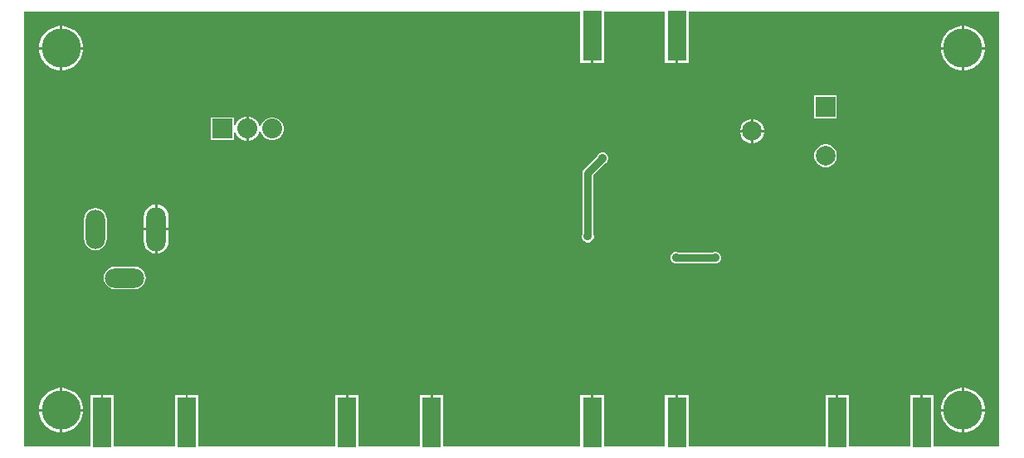
<source format=gbl>
G04*
G04 #@! TF.GenerationSoftware,Altium Limited,Altium Designer,26.1.1 (7)*
G04*
G04 Layer_Physical_Order=2*
G04 Layer_Color=16711680*
%FSLAX44Y44*%
%MOMM*%
G71*
G04*
G04 #@! TF.SameCoordinates,A118C6E1-3479-42CE-8D72-1BDF69DDE12E*
G04*
G04*
G04 #@! TF.FilePolarity,Positive*
G04*
G01*
G75*
%ADD16R,1.9050X5.0800*%
%ADD24C,2.0000*%
%ADD25R,2.0000X2.0000*%
%ADD26C,4.0000*%
%ADD27C,2.0320*%
%ADD28O,2.0000X4.5000*%
%ADD29R,2.0320X2.0320*%
%ADD30O,2.0000X4.0000*%
%ADD31O,4.0000X2.0000*%
%ADD32C,0.9000*%
%ADD33C,0.8000*%
G36*
X997451Y2549D02*
X930205D01*
Y55400D01*
X919430D01*
Y27500D01*
X916930D01*
Y55400D01*
X906155D01*
Y2549D01*
X843845D01*
Y55400D01*
X833070D01*
Y27500D01*
X830570D01*
Y55400D01*
X819795D01*
Y2549D01*
X680205D01*
Y55400D01*
X669430D01*
Y27500D01*
X666930D01*
Y55400D01*
X656155D01*
Y2549D01*
X593845D01*
Y55400D01*
X583070D01*
Y27500D01*
X580570D01*
Y55400D01*
X569795D01*
Y2549D01*
X430205D01*
Y55400D01*
X419430D01*
Y27500D01*
X416930D01*
Y55400D01*
X406155D01*
Y2549D01*
X343845D01*
Y55400D01*
X333070D01*
Y27500D01*
X330570D01*
Y55400D01*
X319795D01*
Y2549D01*
X180205D01*
Y55400D01*
X169430D01*
Y27500D01*
X166930D01*
Y55400D01*
X156155D01*
Y2549D01*
X93845D01*
Y55400D01*
X83070D01*
Y27500D01*
X80570D01*
Y55400D01*
X69795D01*
Y2549D01*
X2549D01*
Y447451D01*
X569795D01*
Y394600D01*
X580570D01*
Y422500D01*
X583070D01*
Y394600D01*
X593845D01*
Y447451D01*
X656155D01*
Y394600D01*
X666930D01*
Y422500D01*
X669430D01*
Y394600D01*
X680205D01*
Y447451D01*
X997451D01*
Y2549D01*
D02*
G37*
%LPC*%
G36*
X962216Y432500D02*
X961250D01*
Y411250D01*
X982500D01*
Y412216D01*
X981635Y416563D01*
X979939Y420658D01*
X977477Y424343D01*
X974343Y427477D01*
X970658Y429939D01*
X966563Y431635D01*
X962216Y432500D01*
D02*
G37*
G36*
X958750D02*
X957784D01*
X953437Y431635D01*
X949342Y429939D01*
X945657Y427477D01*
X942523Y424343D01*
X940061Y420658D01*
X938365Y416563D01*
X937500Y412216D01*
Y411250D01*
X958750D01*
Y432500D01*
D02*
G37*
G36*
X42216D02*
X41250D01*
Y411250D01*
X62500D01*
Y412216D01*
X61635Y416563D01*
X59939Y420658D01*
X57477Y424343D01*
X54343Y427477D01*
X50658Y429939D01*
X46563Y431635D01*
X42216Y432500D01*
D02*
G37*
G36*
X38750D02*
X37784D01*
X33437Y431635D01*
X29342Y429939D01*
X25657Y427477D01*
X22523Y424343D01*
X20061Y420658D01*
X18365Y416563D01*
X17500Y412216D01*
Y411250D01*
X38750D01*
Y432500D01*
D02*
G37*
G36*
X982500Y408750D02*
X961250D01*
Y387500D01*
X962216D01*
X966563Y388365D01*
X970658Y390061D01*
X974343Y392523D01*
X977477Y395657D01*
X979939Y399342D01*
X981635Y403437D01*
X982500Y407784D01*
Y408750D01*
D02*
G37*
G36*
X958750D02*
X937500D01*
Y407784D01*
X938365Y403437D01*
X940061Y399342D01*
X942523Y395657D01*
X945657Y392523D01*
X949342Y390061D01*
X953437Y388365D01*
X957784Y387500D01*
X958750D01*
Y408750D01*
D02*
G37*
G36*
X62500D02*
X41250D01*
Y387500D01*
X42216D01*
X46563Y388365D01*
X50658Y390061D01*
X54343Y392523D01*
X57477Y395657D01*
X59939Y399342D01*
X61635Y403437D01*
X62500Y407784D01*
Y408750D01*
D02*
G37*
G36*
X38750D02*
X17500D01*
Y407784D01*
X18365Y403437D01*
X20061Y399342D01*
X22523Y395657D01*
X25657Y392523D01*
X29342Y390061D01*
X33437Y388365D01*
X37784Y387500D01*
X38750D01*
Y408750D01*
D02*
G37*
G36*
X831500Y361500D02*
X808500D01*
Y338500D01*
X831500D01*
Y361500D01*
D02*
G37*
G36*
X228750Y340160D02*
X228333D01*
X225113Y339297D01*
X222227Y337631D01*
X219869Y335273D01*
X218203Y332387D01*
X217530Y329876D01*
X216260Y330043D01*
Y339160D01*
X192940D01*
Y315840D01*
X216260D01*
Y324957D01*
X217530Y325124D01*
X218203Y322613D01*
X219869Y319727D01*
X222227Y317369D01*
X225113Y315703D01*
X228333Y314840D01*
X228750D01*
Y327500D01*
Y340160D01*
D02*
G37*
G36*
X746646Y337500D02*
X746250D01*
Y326250D01*
X757500D01*
Y326646D01*
X756648Y329825D01*
X755003Y332675D01*
X752675Y335003D01*
X749825Y336648D01*
X746646Y337500D01*
D02*
G37*
G36*
X743750D02*
X743354D01*
X740175Y336648D01*
X737325Y335003D01*
X734997Y332675D01*
X733352Y329825D01*
X732500Y326646D01*
Y326250D01*
X743750D01*
Y337500D01*
D02*
G37*
G36*
X231667Y340160D02*
X231250D01*
Y327500D01*
Y314840D01*
X231667D01*
X234887Y315703D01*
X237773Y317369D01*
X240131Y319727D01*
X241797Y322613D01*
X242560Y325461D01*
X243875D01*
X244535Y322999D01*
X246070Y320341D01*
X248241Y318170D01*
X250899Y316635D01*
X253865Y315840D01*
X256935D01*
X259901Y316635D01*
X262559Y318170D01*
X264730Y320341D01*
X266265Y322999D01*
X267060Y325965D01*
Y329035D01*
X266265Y332001D01*
X264730Y334659D01*
X262559Y336830D01*
X259901Y338365D01*
X256935Y339160D01*
X253865D01*
X250899Y338365D01*
X248241Y336830D01*
X246070Y334659D01*
X244535Y332001D01*
X243875Y329539D01*
X242560D01*
X241797Y332387D01*
X240131Y335273D01*
X237773Y337631D01*
X234887Y339297D01*
X231667Y340160D01*
D02*
G37*
G36*
X757500Y323750D02*
X746250D01*
Y312500D01*
X746646D01*
X749825Y313352D01*
X752675Y314998D01*
X755003Y317325D01*
X756648Y320175D01*
X757500Y323354D01*
Y323750D01*
D02*
G37*
G36*
X743750D02*
X732500D01*
Y323354D01*
X733352Y320175D01*
X734997Y317325D01*
X737325Y314998D01*
X740175Y313352D01*
X743354Y312500D01*
X743750D01*
Y323750D01*
D02*
G37*
G36*
X821514Y311500D02*
X818486D01*
X815561Y310716D01*
X812939Y309202D01*
X810798Y307061D01*
X809284Y304439D01*
X808500Y301514D01*
Y298486D01*
X809284Y295561D01*
X810798Y292939D01*
X812939Y290798D01*
X815561Y289284D01*
X818486Y288500D01*
X821514D01*
X824439Y289284D01*
X827061Y290798D01*
X829202Y292939D01*
X830716Y295561D01*
X831500Y298486D01*
Y301514D01*
X830716Y304439D01*
X829202Y307061D01*
X827061Y309202D01*
X824439Y310716D01*
X821514Y311500D01*
D02*
G37*
G36*
X138250Y249943D02*
Y226250D01*
X149608D01*
Y237500D01*
X149178Y240763D01*
X147919Y243804D01*
X145915Y246415D01*
X143304Y248419D01*
X140263Y249678D01*
X138250Y249943D01*
D02*
G37*
G36*
X135750D02*
X133737Y249678D01*
X130696Y248419D01*
X128085Y246415D01*
X126081Y243804D01*
X124822Y240763D01*
X124392Y237500D01*
Y226250D01*
X135750D01*
Y249943D01*
D02*
G37*
G36*
X593694Y303500D02*
X591306D01*
X589101Y302586D01*
X587413Y300899D01*
X587021Y299952D01*
X573535Y286465D01*
X572319Y284646D01*
X571892Y282500D01*
Y219641D01*
X571500Y218694D01*
Y216306D01*
X572413Y214101D01*
X574101Y212413D01*
X576306Y211500D01*
X578694D01*
X580899Y212413D01*
X582587Y214101D01*
X583500Y216306D01*
Y218694D01*
X583108Y219641D01*
Y280177D01*
X594952Y292021D01*
X595899Y292413D01*
X597587Y294101D01*
X598500Y296306D01*
Y298694D01*
X597587Y300899D01*
X595899Y302586D01*
X593694Y303500D01*
D02*
G37*
G36*
X75000Y246599D02*
X71998Y246204D01*
X69200Y245045D01*
X66798Y243202D01*
X64955Y240800D01*
X63796Y238002D01*
X63401Y235000D01*
Y215000D01*
X63796Y211998D01*
X64955Y209200D01*
X66798Y206798D01*
X69200Y204955D01*
X71998Y203796D01*
X75000Y203401D01*
X78002Y203796D01*
X80800Y204955D01*
X83202Y206798D01*
X85045Y209200D01*
X86204Y211998D01*
X86599Y215000D01*
Y235000D01*
X86204Y238002D01*
X85045Y240800D01*
X83202Y243202D01*
X80800Y245045D01*
X78002Y246204D01*
X75000Y246599D01*
D02*
G37*
G36*
X708693Y201500D02*
X706307D01*
X705359Y201108D01*
X669640D01*
X668693Y201500D01*
X666307D01*
X664101Y200587D01*
X662413Y198899D01*
X661500Y196693D01*
Y194307D01*
X662413Y192101D01*
X664101Y190413D01*
X666307Y189500D01*
X668693D01*
X669640Y189892D01*
X705359D01*
X706307Y189500D01*
X708693D01*
X710899Y190413D01*
X712587Y192101D01*
X713500Y194307D01*
Y196693D01*
X712587Y198899D01*
X710899Y200587D01*
X708693Y201500D01*
D02*
G37*
G36*
X149608Y223750D02*
X138250D01*
Y200057D01*
X140263Y200322D01*
X143304Y201581D01*
X145915Y203585D01*
X147919Y206196D01*
X149178Y209237D01*
X149608Y212500D01*
Y223750D01*
D02*
G37*
G36*
X135750D02*
X124392D01*
Y212500D01*
X124822Y209237D01*
X126081Y206196D01*
X128085Y203585D01*
X130696Y201581D01*
X133737Y200322D01*
X135750Y200057D01*
Y223750D01*
D02*
G37*
G36*
X115000Y186599D02*
X95000D01*
X91998Y186204D01*
X89200Y185045D01*
X86798Y183202D01*
X84955Y180800D01*
X83796Y178002D01*
X83401Y175000D01*
X83796Y171998D01*
X84955Y169200D01*
X86798Y166798D01*
X89200Y164955D01*
X91998Y163796D01*
X95000Y163401D01*
X115000D01*
X118002Y163796D01*
X120800Y164955D01*
X123202Y166798D01*
X125045Y169200D01*
X126204Y171998D01*
X126599Y175000D01*
X126204Y178002D01*
X125045Y180800D01*
X123202Y183202D01*
X120800Y185045D01*
X118002Y186204D01*
X115000Y186599D01*
D02*
G37*
G36*
X962216Y62500D02*
X961250D01*
Y41250D01*
X982500D01*
Y42216D01*
X981635Y46563D01*
X979939Y50658D01*
X977477Y54343D01*
X974343Y57477D01*
X970658Y59939D01*
X966563Y61635D01*
X962216Y62500D01*
D02*
G37*
G36*
X958750D02*
X957784D01*
X953437Y61635D01*
X949342Y59939D01*
X945657Y57477D01*
X942523Y54343D01*
X940061Y50658D01*
X938365Y46563D01*
X937500Y42216D01*
Y41250D01*
X958750D01*
Y62500D01*
D02*
G37*
G36*
X42216D02*
X41250D01*
Y41250D01*
X62500D01*
Y42216D01*
X61635Y46563D01*
X59939Y50658D01*
X57477Y54343D01*
X54343Y57477D01*
X50658Y59939D01*
X46563Y61635D01*
X42216Y62500D01*
D02*
G37*
G36*
X38750D02*
X37784D01*
X33437Y61635D01*
X29342Y59939D01*
X25657Y57477D01*
X22523Y54343D01*
X20061Y50658D01*
X18365Y46563D01*
X17500Y42216D01*
Y41250D01*
X38750D01*
Y62500D01*
D02*
G37*
G36*
X982500Y38750D02*
X961250D01*
Y17500D01*
X962216D01*
X966563Y18365D01*
X970658Y20061D01*
X974343Y22523D01*
X977477Y25657D01*
X979939Y29342D01*
X981635Y33437D01*
X982500Y37784D01*
Y38750D01*
D02*
G37*
G36*
X958750D02*
X937500D01*
Y37784D01*
X938365Y33437D01*
X940061Y29342D01*
X942523Y25657D01*
X945657Y22523D01*
X949342Y20061D01*
X953437Y18365D01*
X957784Y17500D01*
X958750D01*
Y38750D01*
D02*
G37*
G36*
X62500D02*
X41250D01*
Y17500D01*
X42216D01*
X46563Y18365D01*
X50658Y20061D01*
X54343Y22523D01*
X57477Y25657D01*
X59939Y29342D01*
X61635Y33437D01*
X62500Y37784D01*
Y38750D01*
D02*
G37*
G36*
X38750D02*
X17500D01*
Y37784D01*
X18365Y33437D01*
X20061Y29342D01*
X22523Y25657D01*
X25657Y22523D01*
X29342Y20061D01*
X33437Y18365D01*
X37784Y17500D01*
X38750D01*
Y38750D01*
D02*
G37*
%LPD*%
D16*
X668180Y422500D02*
D03*
X581820D02*
D03*
X918180Y27500D02*
D03*
X831820D02*
D03*
X668180D02*
D03*
X581820D02*
D03*
X418180D02*
D03*
X331820D02*
D03*
X168180D02*
D03*
X81820D02*
D03*
D24*
X745000Y325000D02*
D03*
X820000Y300000D02*
D03*
D25*
Y350000D02*
D03*
D26*
X960000Y410000D02*
D03*
Y40000D02*
D03*
X40000Y410000D02*
D03*
Y40000D02*
D03*
D27*
X230000Y327500D02*
D03*
X255400D02*
D03*
D28*
X137000Y225000D02*
D03*
D29*
X204600Y327500D02*
D03*
D30*
X75000Y225000D02*
D03*
D31*
X105000Y175000D02*
D03*
D32*
X330000Y362500D02*
D03*
X850000Y400000D02*
D03*
X900000D02*
D03*
X800000D02*
D03*
X750000Y350000D02*
D03*
X900000D02*
D03*
X950000D02*
D03*
X800000D02*
D03*
X850000D02*
D03*
X700000Y400000D02*
D03*
X750000D02*
D03*
X700000Y350000D02*
D03*
Y300000D02*
D03*
X900000D02*
D03*
X950000D02*
D03*
X850000D02*
D03*
Y250000D02*
D03*
X900000D02*
D03*
X950000D02*
D03*
X794000Y248000D02*
D03*
X750000Y300000D02*
D03*
X778000Y216000D02*
D03*
X640000Y370000D02*
D03*
Y390000D02*
D03*
Y350000D02*
D03*
X610000Y370000D02*
D03*
Y350000D02*
D03*
X640000Y330000D02*
D03*
Y310000D02*
D03*
X610000Y330000D02*
D03*
Y310000D02*
D03*
X500000Y400000D02*
D03*
X550000D02*
D03*
X610000Y390000D02*
D03*
X550000Y350000D02*
D03*
X450000D02*
D03*
X500000D02*
D03*
X640000Y290000D02*
D03*
X610000D02*
D03*
X592500Y280000D02*
D03*
X664229Y247500D02*
D03*
X650000Y215500D02*
D03*
X500000Y300000D02*
D03*
X540000Y247500D02*
D03*
X950000Y200000D02*
D03*
X900000D02*
D03*
Y150000D02*
D03*
X850000Y200000D02*
D03*
X855000Y150000D02*
D03*
X950000D02*
D03*
X885000Y120000D02*
D03*
X870000Y135000D02*
D03*
X845000Y115000D02*
D03*
X840000Y165000D02*
D03*
X815000Y145000D02*
D03*
X830000Y130000D02*
D03*
X750000Y150000D02*
D03*
Y100000D02*
D03*
X950000D02*
D03*
X890000Y80000D02*
D03*
Y100000D02*
D03*
X860000Y60000D02*
D03*
X890000D02*
D03*
X860000Y100000D02*
D03*
Y80000D02*
D03*
X800000Y100000D02*
D03*
X750000Y50000D02*
D03*
X800000D02*
D03*
X655000Y165000D02*
D03*
X640000Y150000D02*
D03*
X550000D02*
D03*
X665000Y135000D02*
D03*
X650000Y120000D02*
D03*
X625000Y135000D02*
D03*
X610000Y120000D02*
D03*
X520000Y197500D02*
D03*
X450000Y200000D02*
D03*
X500000Y100000D02*
D03*
Y150000D02*
D03*
X450000Y100000D02*
D03*
X700000D02*
D03*
X640000Y80000D02*
D03*
Y100000D02*
D03*
X610000Y60000D02*
D03*
X700000Y50000D02*
D03*
X640000Y60000D02*
D03*
X610000Y100000D02*
D03*
Y80000D02*
D03*
X550000Y100000D02*
D03*
X500000Y50000D02*
D03*
X550000D02*
D03*
X450000Y400000D02*
D03*
X400000D02*
D03*
Y350000D02*
D03*
X350000Y400000D02*
D03*
Y350000D02*
D03*
X400000Y300000D02*
D03*
X450000D02*
D03*
X350000D02*
D03*
X302500Y362500D02*
D03*
X300000Y300000D02*
D03*
X415000Y285000D02*
D03*
X375000D02*
D03*
X395000D02*
D03*
X405000Y215000D02*
D03*
X385000Y250000D02*
D03*
X375000Y235000D02*
D03*
X335000Y285000D02*
D03*
X355000D02*
D03*
X315000D02*
D03*
X325000Y250000D02*
D03*
X365000D02*
D03*
X360000Y220000D02*
D03*
X345000Y250000D02*
D03*
X305000Y245000D02*
D03*
X300000Y400000D02*
D03*
X150000D02*
D03*
X160000Y350000D02*
D03*
X200000Y300000D02*
D03*
X100000Y400000D02*
D03*
X137500Y362500D02*
D03*
X50000Y350000D02*
D03*
X100000Y300000D02*
D03*
Y350000D02*
D03*
X50000Y300000D02*
D03*
X295000Y280000D02*
D03*
X280000Y265000D02*
D03*
X250000Y250000D02*
D03*
X265000D02*
D03*
X290000Y230000D02*
D03*
X275000Y215000D02*
D03*
X250000Y235000D02*
D03*
X260000Y200000D02*
D03*
X150000Y250000D02*
D03*
X200000D02*
D03*
X50000D02*
D03*
X100000D02*
D03*
X235000Y220000D02*
D03*
X220000Y205000D02*
D03*
X50000Y200000D02*
D03*
X390000Y160000D02*
D03*
Y180000D02*
D03*
X450000Y150000D02*
D03*
X390000Y200000D02*
D03*
X360000Y140000D02*
D03*
X390000D02*
D03*
Y120000D02*
D03*
X360000D02*
D03*
Y100000D02*
D03*
Y180000D02*
D03*
Y160000D02*
D03*
X300000Y200000D02*
D03*
X360000D02*
D03*
X300000Y150000D02*
D03*
Y100000D02*
D03*
X250000Y150000D02*
D03*
Y100000D02*
D03*
X390000D02*
D03*
Y80000D02*
D03*
X360000D02*
D03*
Y60000D02*
D03*
X450000Y50000D02*
D03*
X390000Y60000D02*
D03*
X250000Y50000D02*
D03*
X300000D02*
D03*
X245000Y185000D02*
D03*
X230000Y170000D02*
D03*
X205000Y190000D02*
D03*
X190000Y175000D02*
D03*
X215000Y155000D02*
D03*
X200000Y140000D02*
D03*
X175000Y160000D02*
D03*
X185000Y125000D02*
D03*
X150000Y200000D02*
D03*
X100000Y150000D02*
D03*
Y200000D02*
D03*
X50000Y150000D02*
D03*
X160000Y145000D02*
D03*
X170000Y110000D02*
D03*
X145000Y130000D02*
D03*
X130000Y115000D02*
D03*
X200000Y100000D02*
D03*
X155000Y95000D02*
D03*
X115000Y100000D02*
D03*
X140000Y80000D02*
D03*
X200000Y50000D02*
D03*
X140000Y60000D02*
D03*
X110000Y80000D02*
D03*
Y60000D02*
D03*
X50000Y100000D02*
D03*
X100000D02*
D03*
X577500Y217500D02*
D03*
X592500Y297500D02*
D03*
X667500Y195500D02*
D03*
X707500D02*
D03*
D33*
X577500Y217500D02*
Y282500D01*
X592500Y297500D01*
X667500Y195500D02*
X707500D01*
M02*

</source>
